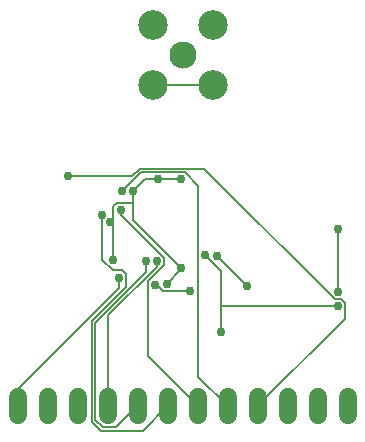
<source format=gbr>
G04 EAGLE Gerber RS-274X export*
G75*
%MOMM*%
%FSLAX34Y34*%
%LPD*%
%INBottom Copper*%
%IPPOS*%
%AMOC8*
5,1,8,0,0,1.08239X$1,22.5*%
G01*
%ADD10C,2.300000*%
%ADD11C,2.500000*%
%ADD12C,1.524000*%
%ADD13C,0.152400*%
%ADD14C,0.756400*%


D10*
X170330Y279510D03*
D11*
X144930Y304910D03*
X144930Y254110D03*
X195730Y254110D03*
X195730Y304910D03*
D12*
X30200Y-9680D02*
X30200Y-24920D01*
X55600Y-24920D02*
X55600Y-9680D01*
X81000Y-9680D02*
X81000Y-24920D01*
X106400Y-24920D02*
X106400Y-9680D01*
X131800Y-9680D02*
X131800Y-24920D01*
X157200Y-24920D02*
X157200Y-9680D01*
X182600Y-9680D02*
X182600Y-24920D01*
X208000Y-24920D02*
X208000Y-9680D01*
X233400Y-9680D02*
X233400Y-24920D01*
X258800Y-24920D02*
X258800Y-9680D01*
X284200Y-9680D02*
X284200Y-24920D01*
X309600Y-24920D02*
X309600Y-9680D01*
D13*
X168402Y98298D02*
X168402Y99822D01*
X168402Y98298D02*
X156210Y86106D01*
X128016Y140208D02*
X128016Y154686D01*
X128016Y164592D01*
X128016Y140208D02*
X168402Y99822D01*
X148590Y174498D02*
X137922Y174498D01*
X128016Y164592D01*
X111252Y151638D02*
X111252Y138684D01*
X111252Y105918D01*
X111252Y151638D02*
X114300Y154686D01*
X128016Y154686D01*
X148590Y174498D02*
X168402Y174498D01*
X111252Y138684D02*
X108204Y138684D01*
D14*
X168402Y99822D03*
X156210Y86106D03*
X128016Y164592D03*
X148590Y174498D03*
X111252Y105918D03*
X168402Y174498D03*
X108204Y138684D03*
D13*
X146304Y85344D02*
X147828Y85344D01*
X153162Y80010D01*
X176022Y80010D01*
D14*
X146304Y85344D03*
X176022Y80010D03*
D13*
X198882Y109728D02*
X224028Y84582D01*
D14*
X198882Y109728D03*
X224028Y84582D03*
D13*
X202692Y96774D02*
X202692Y67056D01*
X202692Y44958D01*
X202692Y96774D02*
X188976Y110490D01*
X202692Y67056D02*
X300990Y67056D01*
D14*
X202692Y44958D03*
X188976Y110490D03*
X300990Y67056D03*
D13*
X300990Y80010D02*
X300990Y132588D01*
X300990Y80010D02*
X301752Y79248D01*
D14*
X300990Y132588D03*
X301752Y79248D03*
D13*
X195072Y254508D02*
X145542Y254508D01*
X195072Y254508D02*
X195730Y254110D01*
X145542Y254508D02*
X144930Y254110D01*
X147828Y105156D02*
X147828Y100584D01*
X106680Y59436D01*
X106680Y-16764D01*
X106400Y-17300D01*
D14*
X147828Y105156D03*
D13*
X138684Y105156D02*
X138684Y96012D01*
X96012Y53340D01*
X96012Y-28956D01*
X102108Y-35052D01*
X113538Y-35052D01*
X131064Y-17526D01*
X131800Y-17300D01*
D14*
X138684Y105156D03*
D13*
X115824Y91440D02*
X115824Y82296D01*
X30480Y-3048D01*
X30480Y-16764D01*
X30200Y-17300D01*
D14*
X115824Y91440D03*
D13*
X101346Y106680D02*
X101346Y144780D01*
X101346Y106680D02*
X110490Y97536D01*
X118872Y97536D01*
X121920Y94488D01*
X121920Y83820D01*
X92964Y54864D01*
X92964Y-30480D01*
X100584Y-38100D01*
X136398Y-38100D01*
X156972Y-17526D01*
X157200Y-17300D01*
D14*
X101346Y144780D03*
D13*
X117348Y144780D02*
X117348Y148590D01*
X117348Y144780D02*
X153924Y108204D01*
X153924Y102108D01*
X140208Y88392D01*
X140208Y25146D01*
X182118Y-16764D01*
X182600Y-17300D01*
D14*
X117348Y148590D03*
D13*
X118872Y164592D02*
X134874Y180594D01*
X171450Y180594D01*
X182880Y169164D01*
X182880Y7620D01*
X207264Y-16764D01*
X208000Y-17300D01*
D14*
X118872Y164592D03*
D13*
X127254Y177546D02*
X73152Y177546D01*
X127254Y177546D02*
X133350Y183642D01*
X188214Y183642D01*
X298704Y73152D01*
X304038Y73152D01*
X307086Y70104D01*
X307086Y56388D01*
X233934Y-16764D01*
X233400Y-17300D01*
D14*
X73152Y177546D03*
M02*

</source>
